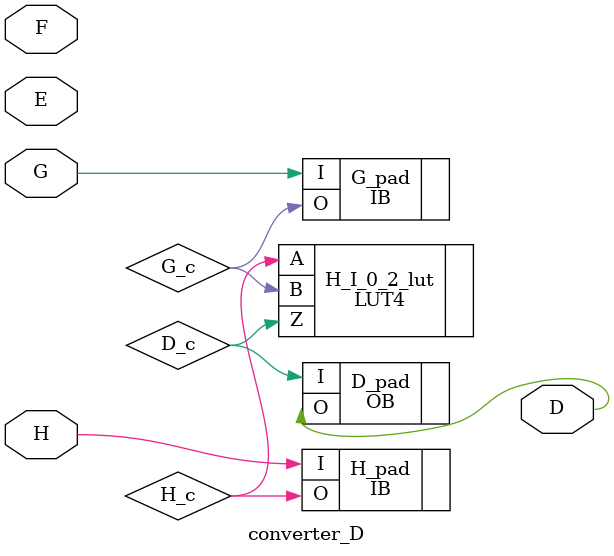
<source format=v>

module converter_D (H, G, F, E, D) /* synthesis syn_module_defined=1 */ ;   // d:/rtl_fpga/verilog/coder_decoder/module_d.v(1[8:19])
    input H;   // d:/rtl_fpga/verilog/coder_decoder/module_d.v(2[7:8])
    input G;   // d:/rtl_fpga/verilog/coder_decoder/module_d.v(2[9:10])
    input F;   // d:/rtl_fpga/verilog/coder_decoder/module_d.v(2[11:12])
    input E;   // d:/rtl_fpga/verilog/coder_decoder/module_d.v(2[13:14])
    output D;   // d:/rtl_fpga/verilog/coder_decoder/module_d.v(3[8:9])
    
    
    wire H_c, G_c, D_c, VCC_net, GND_net;
    
    VHI i20 (.Z(VCC_net));
    VLO i25 (.Z(GND_net));
    OB D_pad (.I(D_c), .O(D));   // d:/rtl_fpga/verilog/coder_decoder/module_d.v(3[8:9])
    IB H_pad (.I(H), .O(H_c));   // d:/rtl_fpga/verilog/coder_decoder/module_d.v(2[7:8])
    IB G_pad (.I(G), .O(G_c));   // d:/rtl_fpga/verilog/coder_decoder/module_d.v(2[9:10])
    GSR GSR_INST (.GSR(VCC_net));
    PUR PUR_INST (.PUR(VCC_net));
    defparam PUR_INST.RST_PULSE = 1;
    LUT4 H_I_0_2_lut (.A(H_c), .B(G_c), .Z(D_c)) /* synthesis lut_function=(A (B)) */ ;   // d:/rtl_fpga/verilog/coder_decoder/module_d.v(6[12:15])
    defparam H_I_0_2_lut.init = 16'h8888;
    
endmodule
//
// Verilog Description of module PUR
// module not written out since it is a black-box. 
//


</source>
